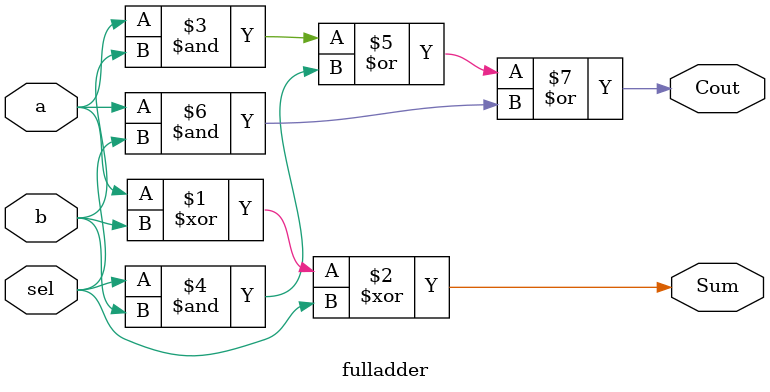
<source format=v>
`timescale 1ns / 1ps


module fulladder(
    input  a,
    input  b,
    input sel,
    output Sum,
    output Cout
    );
    assign Sum = a ^b^sel;
    assign Cout= (a&b)|(sel&b)|(a&sel);
endmodule


</source>
